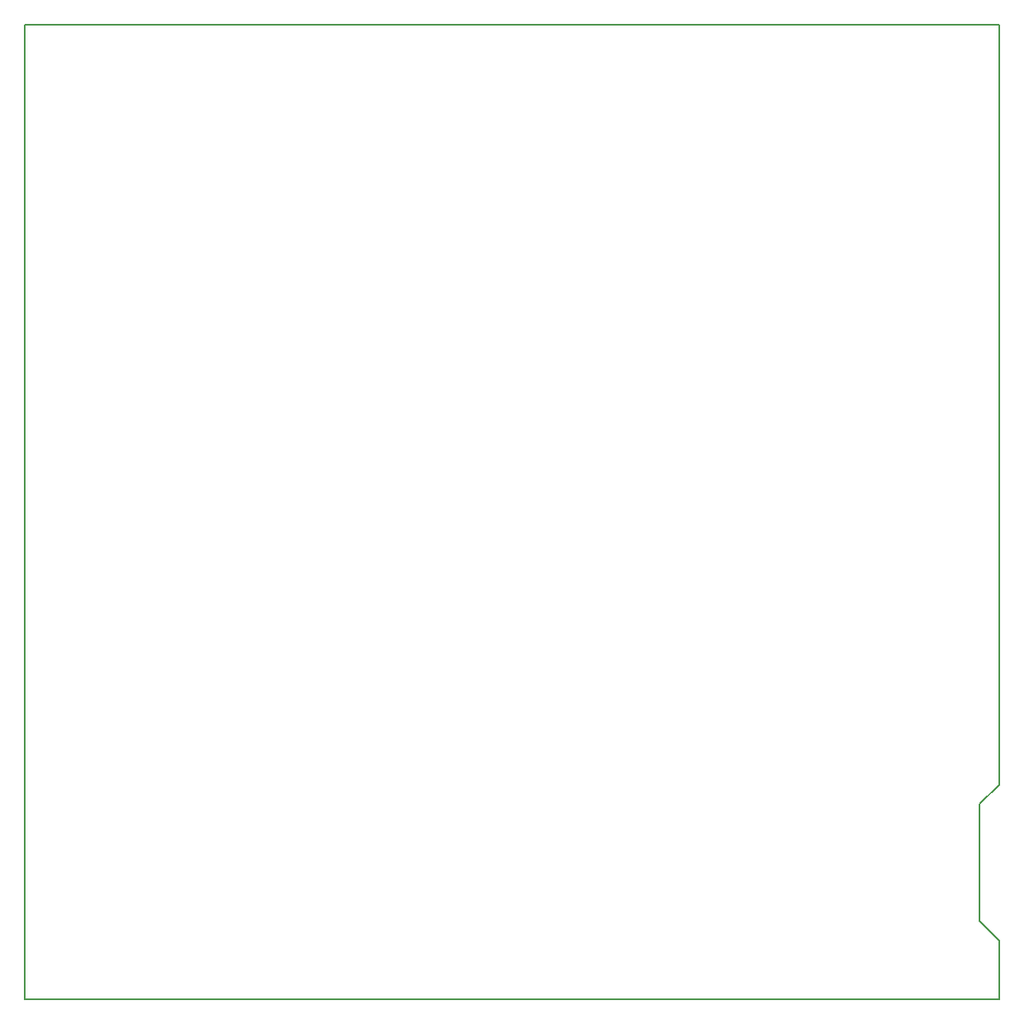
<source format=gm1>
G04 #@! TF.FileFunction,Profile,NP*
%FSLAX46Y46*%
G04 Gerber Fmt 4.6, Leading zero omitted, Abs format (unit mm)*
G04 Created by KiCad (PCBNEW 4.0.7-e2-6376~58~ubuntu14.04.1) date Sat May 19 07:38:07 2018*
%MOMM*%
%LPD*%
G01*
G04 APERTURE LIST*
%ADD10C,0.100000*%
%ADD11C,0.150000*%
G04 APERTURE END LIST*
D10*
D11*
X62000000Y-21000000D02*
X162000000Y-21000000D01*
X62000000Y-121000000D02*
X62000000Y-21000000D01*
X162000000Y-121000000D02*
X62000000Y-121000000D01*
X162000000Y-115000000D02*
X162000000Y-121000000D01*
X160000000Y-113000000D02*
X162000000Y-115000000D01*
X160000000Y-101000000D02*
X160000000Y-113000000D01*
X162000000Y-99000000D02*
X160000000Y-101000000D01*
X162000000Y-21000000D02*
X162000000Y-99000000D01*
M02*

</source>
